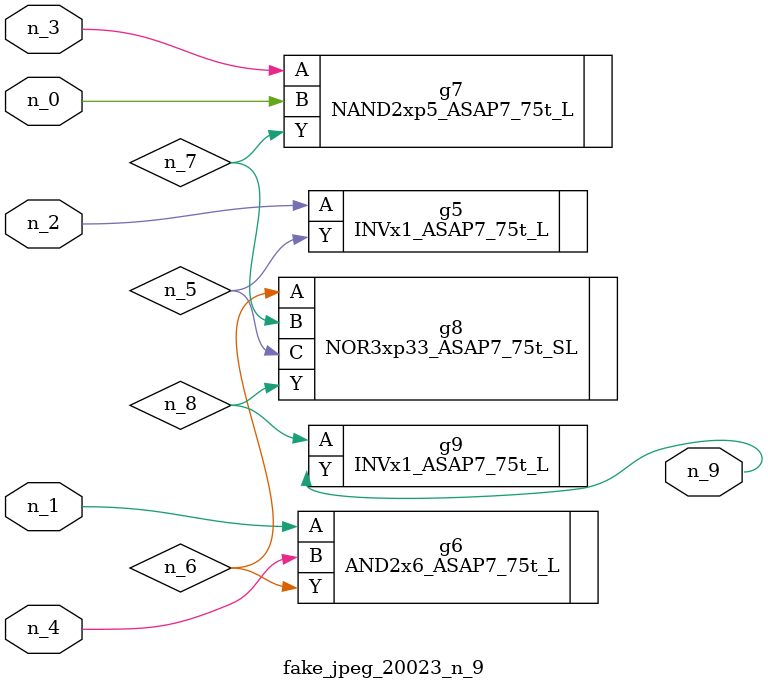
<source format=v>
module fake_jpeg_20023_n_9 (n_3, n_2, n_1, n_0, n_4, n_9);

input n_3;
input n_2;
input n_1;
input n_0;
input n_4;

output n_9;

wire n_8;
wire n_6;
wire n_5;
wire n_7;

INVx1_ASAP7_75t_L g5 ( 
.A(n_2),
.Y(n_5)
);

AND2x6_ASAP7_75t_L g6 ( 
.A(n_1),
.B(n_4),
.Y(n_6)
);

NAND2xp5_ASAP7_75t_L g7 ( 
.A(n_3),
.B(n_0),
.Y(n_7)
);

NOR3xp33_ASAP7_75t_SL g8 ( 
.A(n_6),
.B(n_7),
.C(n_5),
.Y(n_8)
);

INVx1_ASAP7_75t_L g9 ( 
.A(n_8),
.Y(n_9)
);


endmodule
</source>
